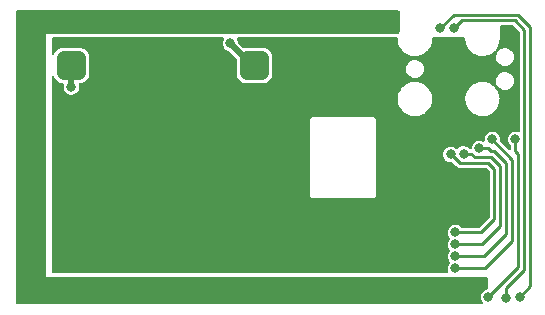
<source format=gbl>
G04 #@! TF.GenerationSoftware,KiCad,Pcbnew,6.0.2+dfsg-1*
G04 #@! TF.CreationDate,2023-09-18T08:20:45-06:00*
G04 #@! TF.ProjectId,ckt-dingdong-flash,636b742d-6469-46e6-9764-6f6e672d666c,rev?*
G04 #@! TF.SameCoordinates,Original*
G04 #@! TF.FileFunction,Copper,L2,Bot*
G04 #@! TF.FilePolarity,Positive*
%FSLAX46Y46*%
G04 Gerber Fmt 4.6, Leading zero omitted, Abs format (unit mm)*
G04 Created by KiCad (PCBNEW 6.0.2+dfsg-1) date 2023-09-18 08:20:45*
%MOMM*%
%LPD*%
G01*
G04 APERTURE LIST*
G04 #@! TA.AperFunction,ViaPad*
%ADD10C,0.800000*%
G04 #@! TD*
G04 #@! TA.AperFunction,Conductor*
%ADD11C,0.254000*%
G04 #@! TD*
G04 #@! TA.AperFunction,Conductor*
%ADD12C,0.250000*%
G04 #@! TD*
G04 #@! TA.AperFunction,Conductor*
%ADD13C,0.508000*%
G04 #@! TD*
G04 APERTURE END LIST*
G04 #@! TA.AperFunction,SMDPad,CuDef*
G36*
G01*
X59800000Y-156685000D02*
X59800000Y-157935000D01*
G75*
G02*
X59175000Y-158560000I-625000J0D01*
G01*
X57925000Y-158560000D01*
G75*
G02*
X57300000Y-157935000I0J625000D01*
G01*
X57300000Y-156685000D01*
G75*
G02*
X57925000Y-156060000I625000J0D01*
G01*
X59175000Y-156060000D01*
G75*
G02*
X59800000Y-156685000I0J-625000D01*
G01*
G37*
G04 #@! TD.AperFunction*
G04 #@! TA.AperFunction,SMDPad,CuDef*
G36*
G01*
X44300000Y-156685000D02*
X44300000Y-157935000D01*
G75*
G02*
X43675000Y-158560000I-625000J0D01*
G01*
X42425000Y-158560000D01*
G75*
G02*
X41800000Y-157935000I0J625000D01*
G01*
X41800000Y-156685000D01*
G75*
G02*
X42425000Y-156060000I625000J0D01*
G01*
X43675000Y-156060000D01*
G75*
G02*
X44300000Y-156685000I0J-625000D01*
G01*
G37*
G04 #@! TD.AperFunction*
D10*
X77851000Y-169672000D03*
X41910000Y-171958000D03*
X49657000Y-171450000D03*
X41910000Y-170942000D03*
X47498000Y-160909000D03*
X66167000Y-159512000D03*
X55245000Y-171450000D03*
X47498000Y-162941000D03*
X44958000Y-160909000D03*
X44958000Y-162941000D03*
X80137000Y-155321000D03*
X46228000Y-161925000D03*
X61722000Y-155956000D03*
X61722000Y-174371000D03*
X46228000Y-160909000D03*
X80137000Y-154305000D03*
X73787000Y-170942000D03*
X41910000Y-169926000D03*
X47498000Y-161925000D03*
X62738000Y-174371000D03*
X72771000Y-170942000D03*
X77152500Y-168973500D03*
X44958000Y-161925000D03*
X60706000Y-155956000D03*
X76581000Y-176784000D03*
X41783000Y-153162000D03*
X40894000Y-153670000D03*
X67183000Y-153289000D03*
X77089000Y-175895000D03*
X38862000Y-154178000D03*
X40386000Y-173609000D03*
X38862000Y-153162000D03*
X68199000Y-153289000D03*
X40005000Y-154178000D03*
X75184000Y-176784000D03*
X40005000Y-156210000D03*
X38862000Y-156210000D03*
X40005000Y-155194000D03*
X74549000Y-175895000D03*
X38862000Y-155194000D03*
X41783000Y-154178000D03*
X70231000Y-153289000D03*
X40386000Y-171577000D03*
X58166000Y-176403000D03*
X40005000Y-153162000D03*
X40386000Y-174625000D03*
X75819000Y-175895000D03*
X69215000Y-153289000D03*
X40386000Y-175641000D03*
X66167000Y-153289000D03*
X40386000Y-172593000D03*
X73914000Y-176784000D03*
X81026000Y-176911000D03*
X74295000Y-154178000D03*
X79883000Y-177038000D03*
X75438000Y-154178000D03*
X78359000Y-176911000D03*
X80645000Y-163576000D03*
X75565000Y-171450000D03*
X75184000Y-164846000D03*
X75565000Y-172466000D03*
X76254260Y-164791740D03*
X75565000Y-174498000D03*
X78684000Y-163576000D03*
X75565000Y-173482000D03*
X77597000Y-164338000D03*
X56515000Y-155448000D03*
X43053000Y-159131000D03*
D11*
X74295000Y-154178000D02*
X75438000Y-153035000D01*
X75438000Y-153035000D02*
X80899000Y-153035000D01*
X81915000Y-176022000D02*
X81026000Y-176911000D01*
X81915000Y-154051000D02*
X81915000Y-176022000D01*
X80899000Y-153035000D02*
X81915000Y-154051000D01*
D12*
X75438000Y-154178000D02*
X76127000Y-153489000D01*
D11*
X79883000Y-176149000D02*
X81407000Y-174625000D01*
X81407000Y-154305000D02*
X80591000Y-153489000D01*
X81407000Y-174625000D02*
X81407000Y-154305000D01*
X79883000Y-176921500D02*
X79883000Y-176149000D01*
D12*
X76127000Y-153489000D02*
X80591000Y-153489000D01*
D11*
X80899000Y-164846000D02*
X80645000Y-164592000D01*
X80645000Y-164592000D02*
X80645000Y-163576000D01*
X78359000Y-176911000D02*
X80899000Y-174371000D01*
X80899000Y-174371000D02*
X80899000Y-164846000D01*
X78359000Y-165608000D02*
X75946000Y-165608000D01*
X75946000Y-165608000D02*
X75184000Y-164846000D01*
X78867000Y-166116000D02*
X78359000Y-165608000D01*
X77724000Y-171450000D02*
X78867000Y-170307000D01*
X78867000Y-170307000D02*
X78867000Y-166116000D01*
X75565000Y-171450000D02*
X77724000Y-171450000D01*
X79375000Y-165862000D02*
X78613000Y-165100000D01*
X79375000Y-170942000D02*
X79375000Y-165862000D01*
X76907740Y-164791740D02*
X76254260Y-164791740D01*
X77851000Y-172466000D02*
X79375000Y-170942000D01*
X75565000Y-172466000D02*
X77851000Y-172466000D01*
X78613000Y-165100000D02*
X77216000Y-165100000D01*
X77216000Y-165100000D02*
X76907740Y-164791740D01*
X80391000Y-172212000D02*
X78105000Y-174498000D01*
X80391000Y-165283000D02*
X80391000Y-172212000D01*
X78684000Y-163576000D02*
X80391000Y-165283000D01*
X78105000Y-174498000D02*
X75565000Y-174498000D01*
X78359000Y-164338000D02*
X77597000Y-164338000D01*
X79883000Y-171577000D02*
X77978000Y-173482000D01*
X78613000Y-164592000D02*
X78359000Y-164338000D01*
X78867000Y-164592000D02*
X79883000Y-165608000D01*
X79883000Y-165608000D02*
X79883000Y-171577000D01*
X77978000Y-173482000D02*
X75565000Y-173482000D01*
X78867000Y-164592000D02*
X78613000Y-164592000D01*
D13*
X58377000Y-157310000D02*
X56515000Y-155448000D01*
X58550000Y-157310000D02*
X58377000Y-157310000D01*
D11*
X43050000Y-159128000D02*
X43053000Y-159131000D01*
D13*
X43050000Y-157310000D02*
X43050000Y-159128000D01*
G04 #@! TA.AperFunction,Conductor*
G36*
X80448439Y-153887713D02*
G01*
X80460443Y-153897965D01*
X80996035Y-154433558D01*
X81024261Y-154488956D01*
X81025500Y-154504693D01*
X81025500Y-162870253D01*
X81006287Y-162929384D01*
X80955987Y-162965929D01*
X80888851Y-162964172D01*
X80886627Y-162963318D01*
X80881274Y-162960484D01*
X80875400Y-162959009D01*
X80875396Y-162959007D01*
X80804454Y-162941188D01*
X80727633Y-162921892D01*
X80721576Y-162921860D01*
X80721574Y-162921860D01*
X80644450Y-162921456D01*
X80569221Y-162921062D01*
X80563324Y-162922478D01*
X80563322Y-162922478D01*
X80534557Y-162929384D01*
X80415184Y-162958043D01*
X80409798Y-162960823D01*
X80409795Y-162960824D01*
X80279802Y-163027919D01*
X80274414Y-163030700D01*
X80155039Y-163134838D01*
X80063950Y-163264444D01*
X80006406Y-163412037D01*
X79985729Y-163569096D01*
X79986394Y-163575120D01*
X79986394Y-163575124D01*
X79992750Y-163632687D01*
X80003113Y-163726553D01*
X80057553Y-163875319D01*
X80060939Y-163880358D01*
X80075477Y-163901992D01*
X80145908Y-164006805D01*
X80173702Y-164032095D01*
X80230605Y-164083873D01*
X80261410Y-164137879D01*
X80263500Y-164158280D01*
X80263500Y-164373107D01*
X80244287Y-164432238D01*
X80193987Y-164468783D01*
X80131813Y-164468783D01*
X80091765Y-164444242D01*
X79365520Y-163717997D01*
X79337294Y-163662599D01*
X79337059Y-163632691D01*
X79343162Y-163589807D01*
X79343307Y-163576000D01*
X79324276Y-163418733D01*
X79268280Y-163270546D01*
X79178553Y-163139992D01*
X79060275Y-163034611D01*
X78920274Y-162960484D01*
X78766633Y-162921892D01*
X78760576Y-162921860D01*
X78760574Y-162921860D01*
X78683450Y-162921456D01*
X78608221Y-162921062D01*
X78602324Y-162922478D01*
X78602322Y-162922478D01*
X78573557Y-162929384D01*
X78454184Y-162958043D01*
X78448798Y-162960823D01*
X78448795Y-162960824D01*
X78318802Y-163027919D01*
X78313414Y-163030700D01*
X78194039Y-163134838D01*
X78102950Y-163264444D01*
X78045406Y-163412037D01*
X78024729Y-163569096D01*
X78025394Y-163575120D01*
X78025394Y-163575125D01*
X78033751Y-163650818D01*
X78021143Y-163711700D01*
X77975157Y-163753544D01*
X77913358Y-163760367D01*
X77886685Y-163750764D01*
X77838636Y-163725323D01*
X77833274Y-163722484D01*
X77679633Y-163683892D01*
X77673576Y-163683860D01*
X77673574Y-163683860D01*
X77596450Y-163683456D01*
X77521221Y-163683062D01*
X77515324Y-163684478D01*
X77515322Y-163684478D01*
X77401935Y-163711700D01*
X77367184Y-163720043D01*
X77361798Y-163722823D01*
X77361795Y-163722824D01*
X77231802Y-163789919D01*
X77226414Y-163792700D01*
X77221844Y-163796687D01*
X77131707Y-163875319D01*
X77107039Y-163896838D01*
X77015950Y-164026444D01*
X76958406Y-164174037D01*
X76941216Y-164304611D01*
X76938844Y-164322628D01*
X76912078Y-164378745D01*
X76857438Y-164408412D01*
X76795796Y-164400297D01*
X76756199Y-164366478D01*
X76752251Y-164360734D01*
X76752250Y-164360733D01*
X76748813Y-164355732D01*
X76630535Y-164250351D01*
X76593013Y-164230484D01*
X76495896Y-164179063D01*
X76490534Y-164176224D01*
X76336893Y-164137632D01*
X76330836Y-164137600D01*
X76330834Y-164137600D01*
X76253710Y-164137196D01*
X76178481Y-164136802D01*
X76172584Y-164138218D01*
X76172582Y-164138218D01*
X76046945Y-164168381D01*
X76024444Y-164173783D01*
X76019058Y-164176563D01*
X76019055Y-164176564D01*
X75889062Y-164243659D01*
X75883674Y-164246440D01*
X75764299Y-164350578D01*
X75762793Y-164352720D01*
X75710112Y-164383137D01*
X75648278Y-164376640D01*
X75622272Y-164359848D01*
X75613124Y-164351697D01*
X75560275Y-164304611D01*
X75420274Y-164230484D01*
X75266633Y-164191892D01*
X75260576Y-164191860D01*
X75260574Y-164191860D01*
X75183450Y-164191456D01*
X75108221Y-164191062D01*
X75102324Y-164192478D01*
X75102322Y-164192478D01*
X74960082Y-164226627D01*
X74954184Y-164228043D01*
X74948798Y-164230823D01*
X74948795Y-164230824D01*
X74818802Y-164297919D01*
X74813414Y-164300700D01*
X74694039Y-164404838D01*
X74602950Y-164534444D01*
X74545406Y-164682037D01*
X74524729Y-164839096D01*
X74525394Y-164845120D01*
X74525394Y-164845124D01*
X74533421Y-164917825D01*
X74542113Y-164996553D01*
X74596553Y-165145319D01*
X74684908Y-165276805D01*
X74802076Y-165383419D01*
X74941293Y-165459008D01*
X74947163Y-165460548D01*
X75088655Y-165497668D01*
X75088656Y-165497668D01*
X75094522Y-165499207D01*
X75166639Y-165500340D01*
X75246851Y-165501600D01*
X75246853Y-165501600D01*
X75247552Y-165501611D01*
X75247553Y-165501611D01*
X75252916Y-165501695D01*
X75252899Y-165502747D01*
X75308103Y-165514476D01*
X75328945Y-165530467D01*
X75639870Y-165841392D01*
X75653248Y-165857957D01*
X75659929Y-165868304D01*
X75666459Y-165873452D01*
X75687648Y-165890156D01*
X75693597Y-165895442D01*
X75695713Y-165897235D01*
X75698649Y-165900171D01*
X75714934Y-165911809D01*
X75718710Y-165914644D01*
X75759670Y-165946934D01*
X75767004Y-165949509D01*
X75769518Y-165950815D01*
X75775843Y-165955335D01*
X75783808Y-165957717D01*
X75783810Y-165957718D01*
X75825790Y-165970272D01*
X75830291Y-165971734D01*
X75843465Y-165976361D01*
X75873532Y-165986920D01*
X75873536Y-165986921D01*
X75879502Y-165989016D01*
X75885091Y-165989500D01*
X75887256Y-165989500D01*
X75888505Y-165989554D01*
X75890959Y-165989762D01*
X75897524Y-165991725D01*
X75905830Y-165991399D01*
X75905833Y-165991399D01*
X75952172Y-165989578D01*
X75956121Y-165989500D01*
X78159308Y-165989500D01*
X78218439Y-166008713D01*
X78230443Y-166018965D01*
X78456035Y-166244558D01*
X78484261Y-166299956D01*
X78485500Y-166315693D01*
X78485500Y-170107308D01*
X78466287Y-170166439D01*
X78456035Y-170178443D01*
X77595442Y-171039035D01*
X77540044Y-171067261D01*
X77524307Y-171068500D01*
X76149943Y-171068500D01*
X76090812Y-171049287D01*
X76067039Y-171024884D01*
X76059553Y-171013992D01*
X75941275Y-170908611D01*
X75801274Y-170834484D01*
X75647633Y-170795892D01*
X75641576Y-170795860D01*
X75641574Y-170795860D01*
X75564450Y-170795456D01*
X75489221Y-170795062D01*
X75483324Y-170796478D01*
X75483322Y-170796478D01*
X75341082Y-170830627D01*
X75335184Y-170832043D01*
X75329798Y-170834823D01*
X75329795Y-170834824D01*
X75199802Y-170901919D01*
X75194414Y-170904700D01*
X75075039Y-171008838D01*
X74983950Y-171138444D01*
X74926406Y-171286037D01*
X74905729Y-171443096D01*
X74906394Y-171449120D01*
X74906394Y-171449124D01*
X74914421Y-171521824D01*
X74923113Y-171600553D01*
X74925197Y-171606247D01*
X74964626Y-171713993D01*
X74977553Y-171749319D01*
X74980939Y-171754358D01*
X75035075Y-171834920D01*
X75065908Y-171880805D01*
X75070395Y-171884888D01*
X75074358Y-171889479D01*
X75072919Y-171890721D01*
X75099534Y-171937368D01*
X75092719Y-171999168D01*
X75077168Y-172022981D01*
X75075039Y-172024838D01*
X74983950Y-172154444D01*
X74926406Y-172302037D01*
X74905729Y-172459096D01*
X74906394Y-172465120D01*
X74906394Y-172465124D01*
X74914421Y-172537825D01*
X74923113Y-172616553D01*
X74925197Y-172622247D01*
X74964626Y-172729993D01*
X74977553Y-172765319D01*
X74980939Y-172770358D01*
X75035075Y-172850920D01*
X75065908Y-172896805D01*
X75070395Y-172900888D01*
X75074358Y-172905479D01*
X75072919Y-172906721D01*
X75099534Y-172953368D01*
X75092719Y-173015168D01*
X75077168Y-173038981D01*
X75075039Y-173040838D01*
X74983950Y-173170444D01*
X74926406Y-173318037D01*
X74905729Y-173475096D01*
X74906394Y-173481120D01*
X74906394Y-173481124D01*
X74914421Y-173553824D01*
X74923113Y-173632553D01*
X74977553Y-173781319D01*
X74980939Y-173786358D01*
X75035075Y-173866920D01*
X75065908Y-173912805D01*
X75070395Y-173916888D01*
X75074358Y-173921479D01*
X75072919Y-173922721D01*
X75099534Y-173969368D01*
X75092719Y-174031168D01*
X75077168Y-174054981D01*
X75075039Y-174056838D01*
X74983950Y-174186444D01*
X74926406Y-174334037D01*
X74905729Y-174491096D01*
X74906394Y-174497120D01*
X74906394Y-174497124D01*
X74914421Y-174569825D01*
X74923113Y-174648553D01*
X74925197Y-174654247D01*
X74957978Y-174743828D01*
X74960256Y-174805961D01*
X74925578Y-174857566D01*
X74863505Y-174879000D01*
X41502600Y-174879000D01*
X41443469Y-174859787D01*
X41406924Y-174809487D01*
X41402000Y-174778400D01*
X41402000Y-168275000D01*
X63241024Y-168275000D01*
X63246000Y-168300017D01*
X63260737Y-168374106D01*
X63316876Y-168458124D01*
X63400894Y-168514263D01*
X63410610Y-168516196D01*
X63410611Y-168516196D01*
X63490282Y-168532043D01*
X63500000Y-168533976D01*
X63509718Y-168532043D01*
X63515299Y-168530933D01*
X63534924Y-168529000D01*
X68545076Y-168529000D01*
X68564701Y-168530933D01*
X68580000Y-168533976D01*
X68589718Y-168532043D01*
X68669389Y-168516196D01*
X68669390Y-168516196D01*
X68679106Y-168514263D01*
X68763124Y-168458124D01*
X68819263Y-168374106D01*
X68834000Y-168300017D01*
X68838976Y-168275000D01*
X68835933Y-168259701D01*
X68834000Y-168240076D01*
X68834000Y-161959924D01*
X68835933Y-161940299D01*
X68837043Y-161934718D01*
X68838976Y-161925000D01*
X68819263Y-161825894D01*
X68763124Y-161741876D01*
X68679106Y-161685737D01*
X68669390Y-161683804D01*
X68669389Y-161683804D01*
X68605017Y-161671000D01*
X68589718Y-161667957D01*
X68580000Y-161666024D01*
X68570282Y-161667957D01*
X68564701Y-161669067D01*
X68545076Y-161671000D01*
X63534924Y-161671000D01*
X63515299Y-161669067D01*
X63509718Y-161667957D01*
X63500000Y-161666024D01*
X63490282Y-161667957D01*
X63474983Y-161671000D01*
X63410615Y-161683803D01*
X63410613Y-161683804D01*
X63400894Y-161685737D01*
X63316876Y-161741876D01*
X63260737Y-161825894D01*
X63241024Y-161925000D01*
X63242957Y-161934718D01*
X63244067Y-161940299D01*
X63246000Y-161959924D01*
X63246000Y-168240076D01*
X63244067Y-168259701D01*
X63241024Y-168275000D01*
X41402000Y-168275000D01*
X41402000Y-160247930D01*
X70692633Y-160247930D01*
X70693256Y-160252000D01*
X70693256Y-160252003D01*
X70698647Y-160287233D01*
X70728498Y-160482314D01*
X70802164Y-160707693D01*
X70911650Y-160918014D01*
X70914123Y-160921308D01*
X70914127Y-160921314D01*
X71051537Y-161104327D01*
X71054017Y-161107630D01*
X71056997Y-161110478D01*
X71056999Y-161110480D01*
X71222458Y-161268596D01*
X71222462Y-161268599D01*
X71225441Y-161271446D01*
X71228849Y-161273771D01*
X71228853Y-161273774D01*
X71260852Y-161295602D01*
X71421319Y-161405065D01*
X71425063Y-161406803D01*
X71425065Y-161406804D01*
X71461676Y-161423798D01*
X71636391Y-161504898D01*
X71864879Y-161568264D01*
X71868985Y-161568703D01*
X71868986Y-161568703D01*
X71904737Y-161572524D01*
X72058447Y-161588950D01*
X72196110Y-161588950D01*
X72372315Y-161574463D01*
X72376316Y-161573458D01*
X72376322Y-161573457D01*
X72488396Y-161545306D01*
X72602284Y-161516699D01*
X72819730Y-161422151D01*
X72858131Y-161397308D01*
X73015346Y-161295602D01*
X73015350Y-161295599D01*
X73018814Y-161293358D01*
X73021863Y-161290584D01*
X73021869Y-161290579D01*
X73191140Y-161136553D01*
X73194190Y-161133778D01*
X73341147Y-160947698D01*
X73455739Y-160740114D01*
X73534889Y-160516602D01*
X73576471Y-160283165D01*
X73576901Y-160247930D01*
X76407633Y-160247930D01*
X76408256Y-160252000D01*
X76408256Y-160252003D01*
X76413647Y-160287233D01*
X76443498Y-160482314D01*
X76517164Y-160707693D01*
X76626650Y-160918014D01*
X76629123Y-160921308D01*
X76629127Y-160921314D01*
X76766537Y-161104327D01*
X76769017Y-161107630D01*
X76771997Y-161110478D01*
X76771999Y-161110480D01*
X76937458Y-161268596D01*
X76937462Y-161268599D01*
X76940441Y-161271446D01*
X76943849Y-161273771D01*
X76943853Y-161273774D01*
X76975852Y-161295602D01*
X77136319Y-161405065D01*
X77140063Y-161406803D01*
X77140065Y-161406804D01*
X77176676Y-161423798D01*
X77351391Y-161504898D01*
X77579879Y-161568264D01*
X77583985Y-161568703D01*
X77583986Y-161568703D01*
X77619737Y-161572524D01*
X77773447Y-161588950D01*
X77911110Y-161588950D01*
X78087315Y-161574463D01*
X78091316Y-161573458D01*
X78091322Y-161573457D01*
X78203396Y-161545306D01*
X78317284Y-161516699D01*
X78534730Y-161422151D01*
X78573131Y-161397308D01*
X78730346Y-161295602D01*
X78730350Y-161295599D01*
X78733814Y-161293358D01*
X78736863Y-161290584D01*
X78736869Y-161290579D01*
X78906140Y-161136553D01*
X78909190Y-161133778D01*
X79056147Y-160947698D01*
X79170739Y-160740114D01*
X79249889Y-160516602D01*
X79291471Y-160283165D01*
X79294367Y-160046070D01*
X79288976Y-160010835D01*
X79259126Y-159815765D01*
X79258502Y-159811686D01*
X79184836Y-159586307D01*
X79075350Y-159375986D01*
X79072877Y-159372692D01*
X79072873Y-159372686D01*
X78935463Y-159189673D01*
X78932983Y-159186370D01*
X78902717Y-159157447D01*
X78764542Y-159025404D01*
X78764538Y-159025401D01*
X78761559Y-159022554D01*
X78758151Y-159020229D01*
X78758147Y-159020226D01*
X78569095Y-158891264D01*
X78565681Y-158888935D01*
X78533705Y-158874092D01*
X78399512Y-158811802D01*
X78350609Y-158789102D01*
X78122121Y-158725736D01*
X78118015Y-158725297D01*
X78118014Y-158725297D01*
X78060951Y-158719199D01*
X77928553Y-158705050D01*
X77790890Y-158705050D01*
X77614685Y-158719537D01*
X77610684Y-158720542D01*
X77610678Y-158720543D01*
X77498604Y-158748694D01*
X77384716Y-158777301D01*
X77167270Y-158871849D01*
X77163802Y-158874092D01*
X77163803Y-158874092D01*
X76971654Y-158998398D01*
X76971650Y-158998401D01*
X76968186Y-159000642D01*
X76965137Y-159003416D01*
X76965131Y-159003421D01*
X76839207Y-159118004D01*
X76792810Y-159160222D01*
X76790256Y-159163456D01*
X76686532Y-159294794D01*
X76645853Y-159346302D01*
X76531261Y-159553886D01*
X76452111Y-159777398D01*
X76410529Y-160010835D01*
X76407633Y-160247930D01*
X73576901Y-160247930D01*
X73579367Y-160046070D01*
X73573976Y-160010835D01*
X73544126Y-159815765D01*
X73543502Y-159811686D01*
X73469836Y-159586307D01*
X73360350Y-159375986D01*
X73357877Y-159372692D01*
X73357873Y-159372686D01*
X73220463Y-159189673D01*
X73217983Y-159186370D01*
X73187717Y-159157447D01*
X73049542Y-159025404D01*
X73049538Y-159025401D01*
X73046559Y-159022554D01*
X73043151Y-159020229D01*
X73043147Y-159020226D01*
X72854095Y-158891264D01*
X72850681Y-158888935D01*
X72818705Y-158874092D01*
X72684512Y-158811802D01*
X72635609Y-158789102D01*
X72407121Y-158725736D01*
X72403015Y-158725297D01*
X72403014Y-158725297D01*
X72345951Y-158719199D01*
X72213553Y-158705050D01*
X72075890Y-158705050D01*
X71899685Y-158719537D01*
X71895684Y-158720542D01*
X71895678Y-158720543D01*
X71783604Y-158748694D01*
X71669716Y-158777301D01*
X71452270Y-158871849D01*
X71448802Y-158874092D01*
X71448803Y-158874092D01*
X71256654Y-158998398D01*
X71256650Y-158998401D01*
X71253186Y-159000642D01*
X71250137Y-159003416D01*
X71250131Y-159003421D01*
X71124207Y-159118004D01*
X71077810Y-159160222D01*
X71075256Y-159163456D01*
X70971532Y-159294794D01*
X70930853Y-159346302D01*
X70816261Y-159553886D01*
X70737111Y-159777398D01*
X70695529Y-160010835D01*
X70692633Y-160247930D01*
X41402000Y-160247930D01*
X41402000Y-158279722D01*
X41421213Y-158220591D01*
X41471513Y-158184046D01*
X41533687Y-158184046D01*
X41583987Y-158220591D01*
X41594632Y-158240528D01*
X41594728Y-158240480D01*
X41597148Y-158245355D01*
X41651601Y-158355049D01*
X41679694Y-158411643D01*
X41683105Y-158415885D01*
X41683106Y-158415887D01*
X41742147Y-158489318D01*
X41799433Y-158560567D01*
X41803678Y-158563980D01*
X41927858Y-158663824D01*
X41948357Y-158680306D01*
X41953234Y-158682727D01*
X42114640Y-158762850D01*
X42114644Y-158762851D01*
X42119520Y-158765272D01*
X42304934Y-158811501D01*
X42334009Y-158813483D01*
X42391696Y-158836673D01*
X42424736Y-158889342D01*
X42420896Y-158950391D01*
X42414406Y-158967037D01*
X42393729Y-159124096D01*
X42394394Y-159130120D01*
X42394394Y-159130124D01*
X42400290Y-159183520D01*
X42411113Y-159281553D01*
X42416267Y-159295637D01*
X42444463Y-159372686D01*
X42465553Y-159430319D01*
X42468939Y-159435358D01*
X42548587Y-159553886D01*
X42553908Y-159561805D01*
X42671076Y-159668419D01*
X42676403Y-159671311D01*
X42676404Y-159671312D01*
X42697704Y-159682877D01*
X42810293Y-159744008D01*
X42816163Y-159745548D01*
X42957655Y-159782668D01*
X42957656Y-159782668D01*
X42963522Y-159784207D01*
X43035716Y-159785341D01*
X43115852Y-159786600D01*
X43115854Y-159786600D01*
X43121916Y-159786695D01*
X43127827Y-159785341D01*
X43127829Y-159785341D01*
X43270422Y-159752683D01*
X43270425Y-159752682D01*
X43276332Y-159751329D01*
X43417855Y-159680151D01*
X43527732Y-159586307D01*
X43533705Y-159581206D01*
X43533707Y-159581204D01*
X43538314Y-159577269D01*
X43569554Y-159533794D01*
X43627218Y-159453547D01*
X43627220Y-159453544D01*
X43630755Y-159448624D01*
X43658485Y-159379645D01*
X43668125Y-159355663D01*
X43689842Y-159301641D01*
X43712162Y-159144807D01*
X43712307Y-159131000D01*
X43705556Y-159075205D01*
X43694005Y-158979755D01*
X43694004Y-158979753D01*
X43693276Y-158973733D01*
X43691134Y-158968065D01*
X43691133Y-158968060D01*
X43683951Y-158949056D01*
X43681021Y-158886950D01*
X43715155Y-158834984D01*
X43771214Y-158813127D01*
X43795066Y-158811501D01*
X43980480Y-158765272D01*
X43985356Y-158762851D01*
X43985360Y-158762850D01*
X44146766Y-158682727D01*
X44151643Y-158680306D01*
X44172143Y-158663824D01*
X44296322Y-158563980D01*
X44300567Y-158560567D01*
X44357853Y-158489318D01*
X44416894Y-158415887D01*
X44416895Y-158415885D01*
X44420306Y-158411643D01*
X44447530Y-158356800D01*
X44502850Y-158245360D01*
X44502852Y-158245355D01*
X44505272Y-158240480D01*
X44551501Y-158055066D01*
X44554500Y-158011074D01*
X44554500Y-156608926D01*
X44551501Y-156564934D01*
X44505272Y-156379520D01*
X44501777Y-156372478D01*
X44422727Y-156213234D01*
X44420306Y-156208357D01*
X44300567Y-156059433D01*
X44241404Y-156011864D01*
X44155887Y-155943106D01*
X44155885Y-155943105D01*
X44151643Y-155939694D01*
X44043677Y-155886099D01*
X43985360Y-155857150D01*
X43985356Y-155857149D01*
X43980480Y-155854728D01*
X43795066Y-155808499D01*
X43760629Y-155806151D01*
X43752792Y-155805617D01*
X43752789Y-155805617D01*
X43751074Y-155805500D01*
X42348926Y-155805500D01*
X42347211Y-155805617D01*
X42347208Y-155805617D01*
X42339371Y-155806151D01*
X42304934Y-155808499D01*
X42119520Y-155854728D01*
X42114644Y-155857149D01*
X42114640Y-155857150D01*
X42056323Y-155886099D01*
X41948357Y-155939694D01*
X41944115Y-155943105D01*
X41944113Y-155943106D01*
X41858596Y-156011864D01*
X41799433Y-156059433D01*
X41679694Y-156208357D01*
X41594728Y-156379520D01*
X41593820Y-156379069D01*
X41558566Y-156423873D01*
X41498741Y-156440804D01*
X41440391Y-156419337D01*
X41405802Y-156367672D01*
X41402000Y-156340278D01*
X41402000Y-155040600D01*
X41421213Y-154981469D01*
X41471513Y-154944924D01*
X41502600Y-154940000D01*
X55878350Y-154940000D01*
X55937481Y-154959213D01*
X55974026Y-155009513D01*
X55974026Y-155071687D01*
X55960655Y-155098446D01*
X55937439Y-155131478D01*
X55937435Y-155131485D01*
X55933950Y-155136444D01*
X55876406Y-155284037D01*
X55855729Y-155441096D01*
X55856394Y-155447120D01*
X55856394Y-155447124D01*
X55864421Y-155519824D01*
X55873113Y-155598553D01*
X55927553Y-155747319D01*
X55930939Y-155752358D01*
X55996868Y-155850470D01*
X56015908Y-155878805D01*
X56133076Y-155985419D01*
X56272293Y-156061008D01*
X56278163Y-156062548D01*
X56425522Y-156101207D01*
X56425101Y-156102811D01*
X56475907Y-156128034D01*
X57016035Y-156668162D01*
X57044261Y-156723560D01*
X57045500Y-156739297D01*
X57045500Y-158011074D01*
X57048499Y-158055066D01*
X57094728Y-158240480D01*
X57097148Y-158245355D01*
X57097150Y-158245360D01*
X57152470Y-158356800D01*
X57179694Y-158411643D01*
X57183105Y-158415885D01*
X57183106Y-158415887D01*
X57242147Y-158489318D01*
X57299433Y-158560567D01*
X57303678Y-158563980D01*
X57427858Y-158663824D01*
X57448357Y-158680306D01*
X57453234Y-158682727D01*
X57614640Y-158762850D01*
X57614644Y-158762851D01*
X57619520Y-158765272D01*
X57804934Y-158811501D01*
X57839371Y-158813849D01*
X57847208Y-158814383D01*
X57847211Y-158814383D01*
X57848926Y-158814500D01*
X59251074Y-158814500D01*
X59252789Y-158814383D01*
X59252792Y-158814383D01*
X59260629Y-158813849D01*
X59295066Y-158811501D01*
X59480480Y-158765272D01*
X59485356Y-158762851D01*
X59485360Y-158762850D01*
X59646766Y-158682727D01*
X59651643Y-158680306D01*
X59672143Y-158663824D01*
X79002201Y-158663824D01*
X79031810Y-158836141D01*
X79100267Y-158997024D01*
X79203898Y-159137843D01*
X79208351Y-159141626D01*
X79332690Y-159247260D01*
X79332693Y-159247262D01*
X79337146Y-159251045D01*
X79342354Y-159253704D01*
X79342355Y-159253705D01*
X79487658Y-159327901D01*
X79487660Y-159327902D01*
X79492862Y-159330558D01*
X79498534Y-159331946D01*
X79498537Y-159331947D01*
X79557203Y-159346302D01*
X79662693Y-159372115D01*
X79667164Y-159372392D01*
X79667168Y-159372393D01*
X79671800Y-159372680D01*
X79673734Y-159372800D01*
X79799779Y-159372800D01*
X79802684Y-159372461D01*
X79802689Y-159372461D01*
X79923859Y-159358334D01*
X79923860Y-159358334D01*
X79929665Y-159357657D01*
X79935157Y-159355663D01*
X79935159Y-159355663D01*
X80011642Y-159327901D01*
X80094015Y-159298001D01*
X80098905Y-159294795D01*
X80098907Y-159294794D01*
X80235339Y-159205345D01*
X80235341Y-159205343D01*
X80240233Y-159202136D01*
X80360475Y-159075205D01*
X80392409Y-159020226D01*
X80445356Y-158929072D01*
X80445357Y-158929071D01*
X80448292Y-158924017D01*
X80481770Y-158813483D01*
X80497280Y-158762273D01*
X80497281Y-158762270D01*
X80498973Y-158756682D01*
X80500825Y-158726840D01*
X80509437Y-158588011D01*
X80509799Y-158582176D01*
X80480190Y-158409859D01*
X80411733Y-158248976D01*
X80308102Y-158108157D01*
X80250670Y-158059365D01*
X80179310Y-157998740D01*
X80179307Y-157998738D01*
X80174854Y-157994955D01*
X80137040Y-157975646D01*
X80024342Y-157918099D01*
X80024340Y-157918098D01*
X80019138Y-157915442D01*
X80013466Y-157914054D01*
X80013463Y-157914053D01*
X79916541Y-157890337D01*
X79849307Y-157873885D01*
X79844836Y-157873608D01*
X79844832Y-157873607D01*
X79839829Y-157873297D01*
X79839830Y-157873297D01*
X79838266Y-157873200D01*
X79712221Y-157873200D01*
X79709316Y-157873539D01*
X79709311Y-157873539D01*
X79588141Y-157887666D01*
X79588140Y-157887666D01*
X79582335Y-157888343D01*
X79576843Y-157890337D01*
X79576841Y-157890337D01*
X79543545Y-157902423D01*
X79417985Y-157947999D01*
X79413095Y-157951205D01*
X79413093Y-157951206D01*
X79276661Y-158040655D01*
X79276659Y-158040657D01*
X79271767Y-158043864D01*
X79151525Y-158170795D01*
X79148590Y-158175848D01*
X79085773Y-158283996D01*
X79063708Y-158321983D01*
X79053286Y-158356393D01*
X79036553Y-158411643D01*
X79013027Y-158489318D01*
X79002201Y-158663824D01*
X59672143Y-158663824D01*
X59796322Y-158563980D01*
X59800567Y-158560567D01*
X59857853Y-158489318D01*
X59916894Y-158415887D01*
X59916895Y-158415885D01*
X59920306Y-158411643D01*
X59947530Y-158356800D01*
X60002850Y-158245360D01*
X60002852Y-158245355D01*
X60005272Y-158240480D01*
X60051501Y-158055066D01*
X60054500Y-158011074D01*
X60054500Y-157647824D01*
X71382201Y-157647824D01*
X71411810Y-157820141D01*
X71480267Y-157981024D01*
X71583898Y-158121843D01*
X71588351Y-158125626D01*
X71712690Y-158231260D01*
X71712693Y-158231262D01*
X71717146Y-158235045D01*
X71722354Y-158237704D01*
X71722355Y-158237705D01*
X71867658Y-158311901D01*
X71867660Y-158311902D01*
X71872862Y-158314558D01*
X71878534Y-158315946D01*
X71878537Y-158315947D01*
X71958554Y-158335527D01*
X72042693Y-158356115D01*
X72047164Y-158356392D01*
X72047168Y-158356393D01*
X72051800Y-158356680D01*
X72053734Y-158356800D01*
X72179779Y-158356800D01*
X72182684Y-158356461D01*
X72182689Y-158356461D01*
X72303859Y-158342334D01*
X72303860Y-158342334D01*
X72309665Y-158341657D01*
X72315157Y-158339663D01*
X72315159Y-158339663D01*
X72391642Y-158311901D01*
X72474015Y-158282001D01*
X72478905Y-158278795D01*
X72478907Y-158278794D01*
X72615339Y-158189345D01*
X72615341Y-158189343D01*
X72620233Y-158186136D01*
X72740475Y-158059205D01*
X72805069Y-157947999D01*
X72825356Y-157913072D01*
X72825357Y-157913071D01*
X72828292Y-157908017D01*
X72878973Y-157740682D01*
X72889799Y-157566176D01*
X72860190Y-157393859D01*
X72791733Y-157232976D01*
X72688102Y-157092157D01*
X72635475Y-157047447D01*
X72559310Y-156982740D01*
X72559307Y-156982738D01*
X72554854Y-156978955D01*
X72517040Y-156959646D01*
X72404342Y-156902099D01*
X72404340Y-156902098D01*
X72399138Y-156899442D01*
X72393466Y-156898054D01*
X72393463Y-156898053D01*
X72296541Y-156874337D01*
X72229307Y-156857885D01*
X72224836Y-156857608D01*
X72224832Y-156857607D01*
X72219829Y-156857297D01*
X72219830Y-156857297D01*
X72218266Y-156857200D01*
X72092221Y-156857200D01*
X72089316Y-156857539D01*
X72089311Y-156857539D01*
X71968141Y-156871666D01*
X71968140Y-156871666D01*
X71962335Y-156872343D01*
X71956843Y-156874337D01*
X71956841Y-156874337D01*
X71923545Y-156886423D01*
X71797985Y-156931999D01*
X71793095Y-156935205D01*
X71793093Y-156935206D01*
X71656661Y-157024655D01*
X71656659Y-157024657D01*
X71651767Y-157027864D01*
X71531525Y-157154795D01*
X71528590Y-157159848D01*
X71465773Y-157267996D01*
X71443708Y-157305983D01*
X71393027Y-157473318D01*
X71382201Y-157647824D01*
X60054500Y-157647824D01*
X60054500Y-156631824D01*
X79002201Y-156631824D01*
X79031810Y-156804141D01*
X79100267Y-156965024D01*
X79203898Y-157105843D01*
X79208351Y-157109626D01*
X79332690Y-157215260D01*
X79332693Y-157215262D01*
X79337146Y-157219045D01*
X79342354Y-157221704D01*
X79342355Y-157221705D01*
X79487658Y-157295901D01*
X79487660Y-157295902D01*
X79492862Y-157298558D01*
X79498534Y-157299946D01*
X79498537Y-157299947D01*
X79578554Y-157319527D01*
X79662693Y-157340115D01*
X79667164Y-157340392D01*
X79667168Y-157340393D01*
X79671800Y-157340680D01*
X79673734Y-157340800D01*
X79799779Y-157340800D01*
X79802684Y-157340461D01*
X79802689Y-157340461D01*
X79923859Y-157326334D01*
X79923860Y-157326334D01*
X79929665Y-157325657D01*
X79935157Y-157323663D01*
X79935159Y-157323663D01*
X80011642Y-157295901D01*
X80094015Y-157266001D01*
X80098905Y-157262795D01*
X80098907Y-157262794D01*
X80235339Y-157173345D01*
X80235341Y-157173343D01*
X80240233Y-157170136D01*
X80360475Y-157043205D01*
X80425069Y-156931999D01*
X80445356Y-156897072D01*
X80445357Y-156897071D01*
X80448292Y-156892017D01*
X80498973Y-156724682D01*
X80500652Y-156697627D01*
X80509437Y-156556011D01*
X80509799Y-156550176D01*
X80480190Y-156377859D01*
X80411733Y-156216976D01*
X80308102Y-156076157D01*
X80286862Y-156058112D01*
X80179310Y-155966740D01*
X80179307Y-155966738D01*
X80174854Y-155962955D01*
X80169645Y-155960295D01*
X80024342Y-155886099D01*
X80024340Y-155886098D01*
X80019138Y-155883442D01*
X80013466Y-155882054D01*
X80013463Y-155882053D01*
X79911690Y-155857150D01*
X79849307Y-155841885D01*
X79844836Y-155841608D01*
X79844832Y-155841607D01*
X79839829Y-155841297D01*
X79839830Y-155841297D01*
X79838266Y-155841200D01*
X79712221Y-155841200D01*
X79709316Y-155841539D01*
X79709311Y-155841539D01*
X79588141Y-155855666D01*
X79588140Y-155855666D01*
X79582335Y-155856343D01*
X79576843Y-155858337D01*
X79576841Y-155858337D01*
X79534330Y-155873768D01*
X79417985Y-155915999D01*
X79413095Y-155919205D01*
X79413093Y-155919206D01*
X79276661Y-156008655D01*
X79276659Y-156008657D01*
X79271767Y-156011864D01*
X79151525Y-156138795D01*
X79148590Y-156143848D01*
X79109830Y-156210579D01*
X79063708Y-156289983D01*
X79062014Y-156295577D01*
X79018029Y-156440804D01*
X79013027Y-156457318D01*
X79012665Y-156463147D01*
X79012665Y-156463149D01*
X79009834Y-156508780D01*
X79002201Y-156631824D01*
X60054500Y-156631824D01*
X60054500Y-156608926D01*
X60051501Y-156564934D01*
X60005272Y-156379520D01*
X60001777Y-156372478D01*
X59922727Y-156213234D01*
X59920306Y-156208357D01*
X59800567Y-156059433D01*
X59741404Y-156011864D01*
X59655887Y-155943106D01*
X59655885Y-155943105D01*
X59651643Y-155939694D01*
X59543677Y-155886099D01*
X59485360Y-155857150D01*
X59485356Y-155857149D01*
X59480480Y-155854728D01*
X59295066Y-155808499D01*
X59260629Y-155806151D01*
X59252792Y-155805617D01*
X59252789Y-155805617D01*
X59251074Y-155805500D01*
X57848926Y-155805500D01*
X57847211Y-155805617D01*
X57847208Y-155805617D01*
X57839371Y-155806151D01*
X57804934Y-155808499D01*
X57691822Y-155836701D01*
X57629801Y-155832364D01*
X57596351Y-155810224D01*
X57190635Y-155404508D01*
X57161899Y-155345460D01*
X57156005Y-155296755D01*
X57156005Y-155296753D01*
X57155276Y-155290733D01*
X57122187Y-155203165D01*
X57101425Y-155148222D01*
X57101424Y-155148221D01*
X57099280Y-155142546D01*
X57068376Y-155097580D01*
X57050717Y-155037966D01*
X57071472Y-154979358D01*
X57122711Y-154944143D01*
X57151283Y-154940000D01*
X70593581Y-154940000D01*
X70652712Y-154959213D01*
X70689257Y-155009513D01*
X70694173Y-155041828D01*
X70692683Y-155163803D01*
X70692633Y-155167930D01*
X70693256Y-155172000D01*
X70693256Y-155172003D01*
X70698647Y-155207233D01*
X70728498Y-155402314D01*
X70802164Y-155627693D01*
X70804073Y-155631360D01*
X70896844Y-155809571D01*
X70911650Y-155838014D01*
X70914123Y-155841308D01*
X70914127Y-155841314D01*
X71019261Y-155981339D01*
X71054017Y-156027630D01*
X71056997Y-156030478D01*
X71056999Y-156030480D01*
X71222458Y-156188596D01*
X71222462Y-156188599D01*
X71225441Y-156191446D01*
X71228849Y-156193771D01*
X71228853Y-156193774D01*
X71270750Y-156222354D01*
X71421319Y-156325065D01*
X71425063Y-156326803D01*
X71425065Y-156326804D01*
X71461676Y-156343798D01*
X71636391Y-156424898D01*
X71864879Y-156488264D01*
X71868985Y-156488703D01*
X71868986Y-156488703D01*
X71904737Y-156492524D01*
X72058447Y-156508950D01*
X72196110Y-156508950D01*
X72372315Y-156494463D01*
X72376316Y-156493458D01*
X72376322Y-156493457D01*
X72496982Y-156463149D01*
X72602284Y-156436699D01*
X72819730Y-156342151D01*
X72900370Y-156289983D01*
X73015346Y-156215602D01*
X73015350Y-156215599D01*
X73018814Y-156213358D01*
X73021863Y-156210584D01*
X73021869Y-156210579D01*
X73191140Y-156056553D01*
X73194190Y-156053778D01*
X73251399Y-155981339D01*
X73338594Y-155870931D01*
X73338595Y-155870929D01*
X73341147Y-155867698D01*
X73404818Y-155752358D01*
X73453745Y-155663727D01*
X73453747Y-155663722D01*
X73455739Y-155660114D01*
X73534889Y-155436602D01*
X73576471Y-155203165D01*
X73576521Y-155199037D01*
X73576522Y-155199031D01*
X73578472Y-155039371D01*
X73598405Y-154980479D01*
X73649148Y-154944551D01*
X73679064Y-154940000D01*
X76308581Y-154940000D01*
X76367712Y-154959213D01*
X76404257Y-155009513D01*
X76409173Y-155041828D01*
X76407874Y-155148222D01*
X76407633Y-155167930D01*
X76408256Y-155172000D01*
X76408256Y-155172003D01*
X76413647Y-155207233D01*
X76443498Y-155402314D01*
X76517164Y-155627693D01*
X76519073Y-155631360D01*
X76611844Y-155809571D01*
X76626650Y-155838014D01*
X76629123Y-155841308D01*
X76629127Y-155841314D01*
X76734261Y-155981339D01*
X76769017Y-156027630D01*
X76771997Y-156030478D01*
X76771999Y-156030480D01*
X76937458Y-156188596D01*
X76937462Y-156188599D01*
X76940441Y-156191446D01*
X76943849Y-156193771D01*
X76943853Y-156193774D01*
X76985750Y-156222354D01*
X77136319Y-156325065D01*
X77140063Y-156326803D01*
X77140065Y-156326804D01*
X77176676Y-156343798D01*
X77351391Y-156424898D01*
X77579879Y-156488264D01*
X77583985Y-156488703D01*
X77583986Y-156488703D01*
X77619737Y-156492524D01*
X77773447Y-156508950D01*
X77911110Y-156508950D01*
X78087315Y-156494463D01*
X78091316Y-156493458D01*
X78091322Y-156493457D01*
X78211982Y-156463149D01*
X78317284Y-156436699D01*
X78534730Y-156342151D01*
X78615370Y-156289983D01*
X78730346Y-156215602D01*
X78730350Y-156215599D01*
X78733814Y-156213358D01*
X78736863Y-156210584D01*
X78736869Y-156210579D01*
X78906140Y-156056553D01*
X78909190Y-156053778D01*
X78966399Y-155981339D01*
X79053594Y-155870931D01*
X79053595Y-155870929D01*
X79056147Y-155867698D01*
X79119818Y-155752358D01*
X79168745Y-155663727D01*
X79168747Y-155663722D01*
X79170739Y-155660114D01*
X79249889Y-155436602D01*
X79291471Y-155203165D01*
X79291521Y-155199036D01*
X79291522Y-155199030D01*
X79293548Y-155033152D01*
X79313481Y-154974260D01*
X79361247Y-154940000D01*
X79375000Y-154940000D01*
X79375000Y-153969100D01*
X79394213Y-153909969D01*
X79444513Y-153873424D01*
X79475600Y-153868500D01*
X80389308Y-153868500D01*
X80448439Y-153887713D01*
G37*
G04 #@! TD.AperFunction*
G04 #@! TA.AperFunction,Conductor*
G36*
X70808121Y-152674002D02*
G01*
X70854614Y-152727658D01*
X70866000Y-152780000D01*
X70866000Y-154351314D01*
X70850309Y-154412207D01*
X70816261Y-154473886D01*
X70814537Y-154478755D01*
X70814535Y-154478759D01*
X70770872Y-154602060D01*
X70729278Y-154659596D01*
X70663180Y-154685512D01*
X70652099Y-154686000D01*
X40894000Y-154686000D01*
X40894000Y-175260000D01*
X78233000Y-175260000D01*
X78301121Y-175280002D01*
X78347614Y-175333658D01*
X78359000Y-175386000D01*
X78359000Y-176138538D01*
X78338998Y-176206659D01*
X78285342Y-176253152D01*
X78262414Y-176261057D01*
X78136564Y-176291271D01*
X78136562Y-176291272D01*
X78129184Y-176293043D01*
X77988414Y-176365700D01*
X77869039Y-176469838D01*
X77777950Y-176599444D01*
X77720406Y-176747037D01*
X77719414Y-176754570D01*
X77719414Y-176754571D01*
X77712888Y-176804146D01*
X77699729Y-176904096D01*
X77717113Y-177061553D01*
X77771553Y-177210319D01*
X77858402Y-177339564D01*
X77858403Y-177339566D01*
X77859908Y-177341805D01*
X77859535Y-177342056D01*
X77886913Y-177402301D01*
X77876678Y-177472556D01*
X77830085Y-177526125D01*
X77762162Y-177546000D01*
X38480000Y-177546000D01*
X38411879Y-177525998D01*
X38365386Y-177472342D01*
X38354000Y-177420000D01*
X38354000Y-152780000D01*
X38374002Y-152711879D01*
X38427658Y-152665386D01*
X38480000Y-152654000D01*
X70740000Y-152654000D01*
X70808121Y-152674002D01*
G37*
G04 #@! TD.AperFunction*
M02*

</source>
